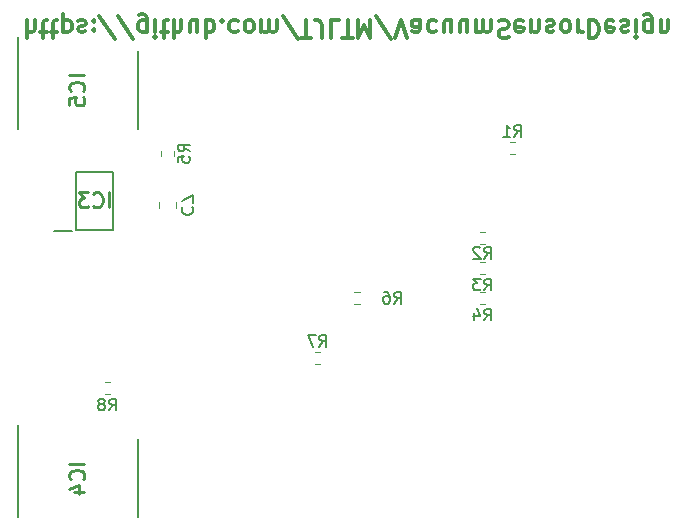
<source format=gbr>
%TF.GenerationSoftware,KiCad,Pcbnew,(5.1.9)-1*%
%TF.CreationDate,2021-05-16T10:50:46-07:00*%
%TF.ProjectId,VacuumSensor,56616375-756d-4536-956e-736f722e6b69,rev?*%
%TF.SameCoordinates,Original*%
%TF.FileFunction,Legend,Bot*%
%TF.FilePolarity,Positive*%
%FSLAX46Y46*%
G04 Gerber Fmt 4.6, Leading zero omitted, Abs format (unit mm)*
G04 Created by KiCad (PCBNEW (5.1.9)-1) date 2021-05-16 10:50:46*
%MOMM*%
%LPD*%
G01*
G04 APERTURE LIST*
%ADD10C,0.300000*%
%ADD11C,0.120000*%
%ADD12C,0.200000*%
%ADD13C,0.150000*%
%ADD14C,0.254000*%
G04 APERTURE END LIST*
D10*
X78267142Y-80601428D02*
X78267142Y-82101428D01*
X78910000Y-80601428D02*
X78910000Y-81387142D01*
X78838571Y-81530000D01*
X78695714Y-81601428D01*
X78481428Y-81601428D01*
X78338571Y-81530000D01*
X78267142Y-81458571D01*
X79410000Y-81601428D02*
X79981428Y-81601428D01*
X79624285Y-82101428D02*
X79624285Y-80815714D01*
X79695714Y-80672857D01*
X79838571Y-80601428D01*
X79981428Y-80601428D01*
X80267142Y-81601428D02*
X80838571Y-81601428D01*
X80481428Y-82101428D02*
X80481428Y-80815714D01*
X80552857Y-80672857D01*
X80695714Y-80601428D01*
X80838571Y-80601428D01*
X81338571Y-81601428D02*
X81338571Y-80101428D01*
X81338571Y-81530000D02*
X81481428Y-81601428D01*
X81767142Y-81601428D01*
X81910000Y-81530000D01*
X81981428Y-81458571D01*
X82052857Y-81315714D01*
X82052857Y-80887142D01*
X81981428Y-80744285D01*
X81910000Y-80672857D01*
X81767142Y-80601428D01*
X81481428Y-80601428D01*
X81338571Y-80672857D01*
X82624285Y-80672857D02*
X82767142Y-80601428D01*
X83052857Y-80601428D01*
X83195714Y-80672857D01*
X83267142Y-80815714D01*
X83267142Y-80887142D01*
X83195714Y-81030000D01*
X83052857Y-81101428D01*
X82838571Y-81101428D01*
X82695714Y-81172857D01*
X82624285Y-81315714D01*
X82624285Y-81387142D01*
X82695714Y-81530000D01*
X82838571Y-81601428D01*
X83052857Y-81601428D01*
X83195714Y-81530000D01*
X83910000Y-80744285D02*
X83981428Y-80672857D01*
X83910000Y-80601428D01*
X83838571Y-80672857D01*
X83910000Y-80744285D01*
X83910000Y-80601428D01*
X83910000Y-81530000D02*
X83981428Y-81458571D01*
X83910000Y-81387142D01*
X83838571Y-81458571D01*
X83910000Y-81530000D01*
X83910000Y-81387142D01*
X85695714Y-82172857D02*
X84410000Y-80244285D01*
X87267142Y-82172857D02*
X85981428Y-80244285D01*
X88410000Y-81601428D02*
X88410000Y-80387142D01*
X88338571Y-80244285D01*
X88267142Y-80172857D01*
X88124285Y-80101428D01*
X87910000Y-80101428D01*
X87767142Y-80172857D01*
X88410000Y-80672857D02*
X88267142Y-80601428D01*
X87981428Y-80601428D01*
X87838571Y-80672857D01*
X87767142Y-80744285D01*
X87695714Y-80887142D01*
X87695714Y-81315714D01*
X87767142Y-81458571D01*
X87838571Y-81530000D01*
X87981428Y-81601428D01*
X88267142Y-81601428D01*
X88410000Y-81530000D01*
X89124285Y-80601428D02*
X89124285Y-81601428D01*
X89124285Y-82101428D02*
X89052857Y-82030000D01*
X89124285Y-81958571D01*
X89195714Y-82030000D01*
X89124285Y-82101428D01*
X89124285Y-81958571D01*
X89624285Y-81601428D02*
X90195714Y-81601428D01*
X89838571Y-82101428D02*
X89838571Y-80815714D01*
X89910000Y-80672857D01*
X90052857Y-80601428D01*
X90195714Y-80601428D01*
X90695714Y-80601428D02*
X90695714Y-82101428D01*
X91338571Y-80601428D02*
X91338571Y-81387142D01*
X91267142Y-81530000D01*
X91124285Y-81601428D01*
X90910000Y-81601428D01*
X90767142Y-81530000D01*
X90695714Y-81458571D01*
X92695714Y-81601428D02*
X92695714Y-80601428D01*
X92052857Y-81601428D02*
X92052857Y-80815714D01*
X92124285Y-80672857D01*
X92267142Y-80601428D01*
X92481428Y-80601428D01*
X92624285Y-80672857D01*
X92695714Y-80744285D01*
X93410000Y-80601428D02*
X93410000Y-82101428D01*
X93410000Y-81530000D02*
X93552857Y-81601428D01*
X93838571Y-81601428D01*
X93981428Y-81530000D01*
X94052857Y-81458571D01*
X94124285Y-81315714D01*
X94124285Y-80887142D01*
X94052857Y-80744285D01*
X93981428Y-80672857D01*
X93838571Y-80601428D01*
X93552857Y-80601428D01*
X93410000Y-80672857D01*
X94767142Y-80744285D02*
X94838571Y-80672857D01*
X94767142Y-80601428D01*
X94695714Y-80672857D01*
X94767142Y-80744285D01*
X94767142Y-80601428D01*
X96124285Y-80672857D02*
X95981428Y-80601428D01*
X95695714Y-80601428D01*
X95552857Y-80672857D01*
X95481428Y-80744285D01*
X95410000Y-80887142D01*
X95410000Y-81315714D01*
X95481428Y-81458571D01*
X95552857Y-81530000D01*
X95695714Y-81601428D01*
X95981428Y-81601428D01*
X96124285Y-81530000D01*
X96981428Y-80601428D02*
X96838571Y-80672857D01*
X96767142Y-80744285D01*
X96695714Y-80887142D01*
X96695714Y-81315714D01*
X96767142Y-81458571D01*
X96838571Y-81530000D01*
X96981428Y-81601428D01*
X97195714Y-81601428D01*
X97338571Y-81530000D01*
X97410000Y-81458571D01*
X97481428Y-81315714D01*
X97481428Y-80887142D01*
X97410000Y-80744285D01*
X97338571Y-80672857D01*
X97195714Y-80601428D01*
X96981428Y-80601428D01*
X98124285Y-80601428D02*
X98124285Y-81601428D01*
X98124285Y-81458571D02*
X98195714Y-81530000D01*
X98338571Y-81601428D01*
X98552857Y-81601428D01*
X98695714Y-81530000D01*
X98767142Y-81387142D01*
X98767142Y-80601428D01*
X98767142Y-81387142D02*
X98838571Y-81530000D01*
X98981428Y-81601428D01*
X99195714Y-81601428D01*
X99338571Y-81530000D01*
X99410000Y-81387142D01*
X99410000Y-80601428D01*
X101195714Y-82172857D02*
X99910000Y-80244285D01*
X101481428Y-82101428D02*
X102338571Y-82101428D01*
X101910000Y-80601428D02*
X101910000Y-82101428D01*
X103267142Y-82101428D02*
X103267142Y-81030000D01*
X103195714Y-80815714D01*
X103052857Y-80672857D01*
X102838571Y-80601428D01*
X102695714Y-80601428D01*
X104695714Y-80601428D02*
X103981428Y-80601428D01*
X103981428Y-82101428D01*
X104981428Y-82101428D02*
X105838571Y-82101428D01*
X105410000Y-80601428D02*
X105410000Y-82101428D01*
X106338571Y-80601428D02*
X106338571Y-82101428D01*
X106838571Y-81030000D01*
X107338571Y-82101428D01*
X107338571Y-80601428D01*
X109124285Y-82172857D02*
X107838571Y-80244285D01*
X109410000Y-82101428D02*
X109910000Y-80601428D01*
X110410000Y-82101428D01*
X111552857Y-80601428D02*
X111552857Y-81387142D01*
X111481428Y-81530000D01*
X111338571Y-81601428D01*
X111052857Y-81601428D01*
X110910000Y-81530000D01*
X111552857Y-80672857D02*
X111410000Y-80601428D01*
X111052857Y-80601428D01*
X110910000Y-80672857D01*
X110838571Y-80815714D01*
X110838571Y-80958571D01*
X110910000Y-81101428D01*
X111052857Y-81172857D01*
X111410000Y-81172857D01*
X111552857Y-81244285D01*
X112910000Y-80672857D02*
X112767142Y-80601428D01*
X112481428Y-80601428D01*
X112338571Y-80672857D01*
X112267142Y-80744285D01*
X112195714Y-80887142D01*
X112195714Y-81315714D01*
X112267142Y-81458571D01*
X112338571Y-81530000D01*
X112481428Y-81601428D01*
X112767142Y-81601428D01*
X112910000Y-81530000D01*
X114195714Y-81601428D02*
X114195714Y-80601428D01*
X113552857Y-81601428D02*
X113552857Y-80815714D01*
X113624285Y-80672857D01*
X113767142Y-80601428D01*
X113981428Y-80601428D01*
X114124285Y-80672857D01*
X114195714Y-80744285D01*
X115552857Y-81601428D02*
X115552857Y-80601428D01*
X114910000Y-81601428D02*
X114910000Y-80815714D01*
X114981428Y-80672857D01*
X115124285Y-80601428D01*
X115338571Y-80601428D01*
X115481428Y-80672857D01*
X115552857Y-80744285D01*
X116267142Y-80601428D02*
X116267142Y-81601428D01*
X116267142Y-81458571D02*
X116338571Y-81530000D01*
X116481428Y-81601428D01*
X116695714Y-81601428D01*
X116838571Y-81530000D01*
X116910000Y-81387142D01*
X116910000Y-80601428D01*
X116910000Y-81387142D02*
X116981428Y-81530000D01*
X117124285Y-81601428D01*
X117338571Y-81601428D01*
X117481428Y-81530000D01*
X117552857Y-81387142D01*
X117552857Y-80601428D01*
X118195714Y-80672857D02*
X118410000Y-80601428D01*
X118767142Y-80601428D01*
X118910000Y-80672857D01*
X118981428Y-80744285D01*
X119052857Y-80887142D01*
X119052857Y-81030000D01*
X118981428Y-81172857D01*
X118910000Y-81244285D01*
X118767142Y-81315714D01*
X118481428Y-81387142D01*
X118338571Y-81458571D01*
X118267142Y-81530000D01*
X118195714Y-81672857D01*
X118195714Y-81815714D01*
X118267142Y-81958571D01*
X118338571Y-82030000D01*
X118481428Y-82101428D01*
X118838571Y-82101428D01*
X119052857Y-82030000D01*
X120267142Y-80672857D02*
X120124285Y-80601428D01*
X119838571Y-80601428D01*
X119695714Y-80672857D01*
X119624285Y-80815714D01*
X119624285Y-81387142D01*
X119695714Y-81530000D01*
X119838571Y-81601428D01*
X120124285Y-81601428D01*
X120267142Y-81530000D01*
X120338571Y-81387142D01*
X120338571Y-81244285D01*
X119624285Y-81101428D01*
X120981428Y-81601428D02*
X120981428Y-80601428D01*
X120981428Y-81458571D02*
X121052857Y-81530000D01*
X121195714Y-81601428D01*
X121410000Y-81601428D01*
X121552857Y-81530000D01*
X121624285Y-81387142D01*
X121624285Y-80601428D01*
X122267142Y-80672857D02*
X122410000Y-80601428D01*
X122695714Y-80601428D01*
X122838571Y-80672857D01*
X122910000Y-80815714D01*
X122910000Y-80887142D01*
X122838571Y-81030000D01*
X122695714Y-81101428D01*
X122481428Y-81101428D01*
X122338571Y-81172857D01*
X122267142Y-81315714D01*
X122267142Y-81387142D01*
X122338571Y-81530000D01*
X122481428Y-81601428D01*
X122695714Y-81601428D01*
X122838571Y-81530000D01*
X123767142Y-80601428D02*
X123624285Y-80672857D01*
X123552857Y-80744285D01*
X123481428Y-80887142D01*
X123481428Y-81315714D01*
X123552857Y-81458571D01*
X123624285Y-81530000D01*
X123767142Y-81601428D01*
X123981428Y-81601428D01*
X124124285Y-81530000D01*
X124195714Y-81458571D01*
X124267142Y-81315714D01*
X124267142Y-80887142D01*
X124195714Y-80744285D01*
X124124285Y-80672857D01*
X123981428Y-80601428D01*
X123767142Y-80601428D01*
X124910000Y-80601428D02*
X124910000Y-81601428D01*
X124910000Y-81315714D02*
X124981428Y-81458571D01*
X125052857Y-81530000D01*
X125195714Y-81601428D01*
X125338571Y-81601428D01*
X125838571Y-80601428D02*
X125838571Y-82101428D01*
X126195714Y-82101428D01*
X126410000Y-82030000D01*
X126552857Y-81887142D01*
X126624285Y-81744285D01*
X126695714Y-81458571D01*
X126695714Y-81244285D01*
X126624285Y-80958571D01*
X126552857Y-80815714D01*
X126410000Y-80672857D01*
X126195714Y-80601428D01*
X125838571Y-80601428D01*
X127910000Y-80672857D02*
X127767142Y-80601428D01*
X127481428Y-80601428D01*
X127338571Y-80672857D01*
X127267142Y-80815714D01*
X127267142Y-81387142D01*
X127338571Y-81530000D01*
X127481428Y-81601428D01*
X127767142Y-81601428D01*
X127910000Y-81530000D01*
X127981428Y-81387142D01*
X127981428Y-81244285D01*
X127267142Y-81101428D01*
X128552857Y-80672857D02*
X128695714Y-80601428D01*
X128981428Y-80601428D01*
X129124285Y-80672857D01*
X129195714Y-80815714D01*
X129195714Y-80887142D01*
X129124285Y-81030000D01*
X128981428Y-81101428D01*
X128767142Y-81101428D01*
X128624285Y-81172857D01*
X128552857Y-81315714D01*
X128552857Y-81387142D01*
X128624285Y-81530000D01*
X128767142Y-81601428D01*
X128981428Y-81601428D01*
X129124285Y-81530000D01*
X129838571Y-80601428D02*
X129838571Y-81601428D01*
X129838571Y-82101428D02*
X129767142Y-82030000D01*
X129838571Y-81958571D01*
X129910000Y-82030000D01*
X129838571Y-82101428D01*
X129838571Y-81958571D01*
X131195714Y-81601428D02*
X131195714Y-80387142D01*
X131124285Y-80244285D01*
X131052857Y-80172857D01*
X130910000Y-80101428D01*
X130695714Y-80101428D01*
X130552857Y-80172857D01*
X131195714Y-80672857D02*
X131052857Y-80601428D01*
X130767142Y-80601428D01*
X130624285Y-80672857D01*
X130552857Y-80744285D01*
X130481428Y-80887142D01*
X130481428Y-81315714D01*
X130552857Y-81458571D01*
X130624285Y-81530000D01*
X130767142Y-81601428D01*
X131052857Y-81601428D01*
X131195714Y-81530000D01*
X131910000Y-81601428D02*
X131910000Y-80601428D01*
X131910000Y-81458571D02*
X131981428Y-81530000D01*
X132124285Y-81601428D01*
X132338571Y-81601428D01*
X132481428Y-81530000D01*
X132552857Y-81387142D01*
X132552857Y-80601428D01*
D11*
%TO.C,R1*%
X119617258Y-90917500D02*
X119142742Y-90917500D01*
X119617258Y-91962500D02*
X119142742Y-91962500D01*
D12*
%TO.C,IC5*%
X87630000Y-83220000D02*
X87630000Y-89820000D01*
X77470000Y-81985000D02*
X77470000Y-89820000D01*
%TO.C,IC4*%
X87630000Y-116080000D02*
X87630000Y-122680000D01*
X77470000Y-114845000D02*
X77470000Y-122680000D01*
%TO.C,IC3*%
X80516000Y-98465000D02*
X82043000Y-98465000D01*
X82393000Y-93433000D02*
X82393000Y-98337000D01*
X85589000Y-93433000D02*
X82393000Y-93433000D01*
X85589000Y-98337000D02*
X85589000Y-93433000D01*
X82393000Y-98337000D02*
X85589000Y-98337000D01*
D11*
%TO.C,C7*%
X89460000Y-96536252D02*
X89460000Y-96013748D01*
X90880000Y-96536252D02*
X90880000Y-96013748D01*
%TO.C,R7*%
X103107258Y-108697500D02*
X102632742Y-108697500D01*
X103107258Y-109742500D02*
X102632742Y-109742500D01*
%TO.C,R8*%
X84852742Y-112282500D02*
X85327258Y-112282500D01*
X84852742Y-111237500D02*
X85327258Y-111237500D01*
%TO.C,R6*%
X106472258Y-103617500D02*
X105997742Y-103617500D01*
X106472258Y-104662500D02*
X105997742Y-104662500D01*
%TO.C,R5*%
X90692500Y-92122258D02*
X90692500Y-91647742D01*
X89647500Y-92122258D02*
X89647500Y-91647742D01*
%TO.C,R4*%
X116602742Y-104662500D02*
X117077258Y-104662500D01*
X116602742Y-103617500D02*
X117077258Y-103617500D01*
%TO.C,R3*%
X116602742Y-102122500D02*
X117077258Y-102122500D01*
X116602742Y-101077500D02*
X117077258Y-101077500D01*
%TO.C,R2*%
X117077258Y-98537500D02*
X116602742Y-98537500D01*
X117077258Y-99582500D02*
X116602742Y-99582500D01*
%TO.C,R1*%
D13*
X119546666Y-90462380D02*
X119880000Y-89986190D01*
X120118095Y-90462380D02*
X120118095Y-89462380D01*
X119737142Y-89462380D01*
X119641904Y-89510000D01*
X119594285Y-89557619D01*
X119546666Y-89652857D01*
X119546666Y-89795714D01*
X119594285Y-89890952D01*
X119641904Y-89938571D01*
X119737142Y-89986190D01*
X120118095Y-89986190D01*
X118594285Y-90462380D02*
X119165714Y-90462380D01*
X118880000Y-90462380D02*
X118880000Y-89462380D01*
X118975238Y-89605238D01*
X119070476Y-89700476D01*
X119165714Y-89748095D01*
%TO.C,IC5*%
D14*
X83124523Y-85280238D02*
X81854523Y-85280238D01*
X83003571Y-86610714D02*
X83064047Y-86550238D01*
X83124523Y-86368809D01*
X83124523Y-86247857D01*
X83064047Y-86066428D01*
X82943095Y-85945476D01*
X82822142Y-85885000D01*
X82580238Y-85824523D01*
X82398809Y-85824523D01*
X82156904Y-85885000D01*
X82035952Y-85945476D01*
X81915000Y-86066428D01*
X81854523Y-86247857D01*
X81854523Y-86368809D01*
X81915000Y-86550238D01*
X81975476Y-86610714D01*
X81854523Y-87759761D02*
X81854523Y-87155000D01*
X82459285Y-87094523D01*
X82398809Y-87155000D01*
X82338333Y-87275952D01*
X82338333Y-87578333D01*
X82398809Y-87699285D01*
X82459285Y-87759761D01*
X82580238Y-87820238D01*
X82882619Y-87820238D01*
X83003571Y-87759761D01*
X83064047Y-87699285D01*
X83124523Y-87578333D01*
X83124523Y-87275952D01*
X83064047Y-87155000D01*
X83003571Y-87094523D01*
%TO.C,IC4*%
X83124523Y-118140238D02*
X81854523Y-118140238D01*
X83003571Y-119470714D02*
X83064047Y-119410238D01*
X83124523Y-119228809D01*
X83124523Y-119107857D01*
X83064047Y-118926428D01*
X82943095Y-118805476D01*
X82822142Y-118745000D01*
X82580238Y-118684523D01*
X82398809Y-118684523D01*
X82156904Y-118745000D01*
X82035952Y-118805476D01*
X81915000Y-118926428D01*
X81854523Y-119107857D01*
X81854523Y-119228809D01*
X81915000Y-119410238D01*
X81975476Y-119470714D01*
X82277857Y-120559285D02*
X83124523Y-120559285D01*
X81794047Y-120256904D02*
X82701190Y-119954523D01*
X82701190Y-120740714D01*
%TO.C,IC3*%
X85230761Y-96459523D02*
X85230761Y-95189523D01*
X83900285Y-96338571D02*
X83960761Y-96399047D01*
X84142190Y-96459523D01*
X84263142Y-96459523D01*
X84444571Y-96399047D01*
X84565523Y-96278095D01*
X84626000Y-96157142D01*
X84686476Y-95915238D01*
X84686476Y-95733809D01*
X84626000Y-95491904D01*
X84565523Y-95370952D01*
X84444571Y-95250000D01*
X84263142Y-95189523D01*
X84142190Y-95189523D01*
X83960761Y-95250000D01*
X83900285Y-95310476D01*
X83476952Y-95189523D02*
X82690761Y-95189523D01*
X83114095Y-95673333D01*
X82932666Y-95673333D01*
X82811714Y-95733809D01*
X82751238Y-95794285D01*
X82690761Y-95915238D01*
X82690761Y-96217619D01*
X82751238Y-96338571D01*
X82811714Y-96399047D01*
X82932666Y-96459523D01*
X83295523Y-96459523D01*
X83416476Y-96399047D01*
X83476952Y-96338571D01*
%TO.C,C7*%
D13*
X91462857Y-96441666D02*
X91415238Y-96489285D01*
X91367619Y-96632142D01*
X91367619Y-96727380D01*
X91415238Y-96870238D01*
X91510476Y-96965476D01*
X91605714Y-97013095D01*
X91796190Y-97060714D01*
X91939047Y-97060714D01*
X92129523Y-97013095D01*
X92224761Y-96965476D01*
X92320000Y-96870238D01*
X92367619Y-96727380D01*
X92367619Y-96632142D01*
X92320000Y-96489285D01*
X92272380Y-96441666D01*
X92367619Y-96108333D02*
X92367619Y-95441666D01*
X91367619Y-95870238D01*
%TO.C,R7*%
X103036666Y-108242380D02*
X103370000Y-107766190D01*
X103608095Y-108242380D02*
X103608095Y-107242380D01*
X103227142Y-107242380D01*
X103131904Y-107290000D01*
X103084285Y-107337619D01*
X103036666Y-107432857D01*
X103036666Y-107575714D01*
X103084285Y-107670952D01*
X103131904Y-107718571D01*
X103227142Y-107766190D01*
X103608095Y-107766190D01*
X102703333Y-107242380D02*
X102036666Y-107242380D01*
X102465238Y-108242380D01*
%TO.C,R8*%
X85256666Y-113642380D02*
X85590000Y-113166190D01*
X85828095Y-113642380D02*
X85828095Y-112642380D01*
X85447142Y-112642380D01*
X85351904Y-112690000D01*
X85304285Y-112737619D01*
X85256666Y-112832857D01*
X85256666Y-112975714D01*
X85304285Y-113070952D01*
X85351904Y-113118571D01*
X85447142Y-113166190D01*
X85828095Y-113166190D01*
X84685238Y-113070952D02*
X84780476Y-113023333D01*
X84828095Y-112975714D01*
X84875714Y-112880476D01*
X84875714Y-112832857D01*
X84828095Y-112737619D01*
X84780476Y-112690000D01*
X84685238Y-112642380D01*
X84494761Y-112642380D01*
X84399523Y-112690000D01*
X84351904Y-112737619D01*
X84304285Y-112832857D01*
X84304285Y-112880476D01*
X84351904Y-112975714D01*
X84399523Y-113023333D01*
X84494761Y-113070952D01*
X84685238Y-113070952D01*
X84780476Y-113118571D01*
X84828095Y-113166190D01*
X84875714Y-113261428D01*
X84875714Y-113451904D01*
X84828095Y-113547142D01*
X84780476Y-113594761D01*
X84685238Y-113642380D01*
X84494761Y-113642380D01*
X84399523Y-113594761D01*
X84351904Y-113547142D01*
X84304285Y-113451904D01*
X84304285Y-113261428D01*
X84351904Y-113166190D01*
X84399523Y-113118571D01*
X84494761Y-113070952D01*
%TO.C,R6*%
X109386666Y-104592380D02*
X109720000Y-104116190D01*
X109958095Y-104592380D02*
X109958095Y-103592380D01*
X109577142Y-103592380D01*
X109481904Y-103640000D01*
X109434285Y-103687619D01*
X109386666Y-103782857D01*
X109386666Y-103925714D01*
X109434285Y-104020952D01*
X109481904Y-104068571D01*
X109577142Y-104116190D01*
X109958095Y-104116190D01*
X108529523Y-103592380D02*
X108720000Y-103592380D01*
X108815238Y-103640000D01*
X108862857Y-103687619D01*
X108958095Y-103830476D01*
X109005714Y-104020952D01*
X109005714Y-104401904D01*
X108958095Y-104497142D01*
X108910476Y-104544761D01*
X108815238Y-104592380D01*
X108624761Y-104592380D01*
X108529523Y-104544761D01*
X108481904Y-104497142D01*
X108434285Y-104401904D01*
X108434285Y-104163809D01*
X108481904Y-104068571D01*
X108529523Y-104020952D01*
X108624761Y-103973333D01*
X108815238Y-103973333D01*
X108910476Y-104020952D01*
X108958095Y-104068571D01*
X109005714Y-104163809D01*
%TO.C,R5*%
X92052380Y-91718333D02*
X91576190Y-91385000D01*
X92052380Y-91146904D02*
X91052380Y-91146904D01*
X91052380Y-91527857D01*
X91100000Y-91623095D01*
X91147619Y-91670714D01*
X91242857Y-91718333D01*
X91385714Y-91718333D01*
X91480952Y-91670714D01*
X91528571Y-91623095D01*
X91576190Y-91527857D01*
X91576190Y-91146904D01*
X91052380Y-92623095D02*
X91052380Y-92146904D01*
X91528571Y-92099285D01*
X91480952Y-92146904D01*
X91433333Y-92242142D01*
X91433333Y-92480238D01*
X91480952Y-92575476D01*
X91528571Y-92623095D01*
X91623809Y-92670714D01*
X91861904Y-92670714D01*
X91957142Y-92623095D01*
X92004761Y-92575476D01*
X92052380Y-92480238D01*
X92052380Y-92242142D01*
X92004761Y-92146904D01*
X91957142Y-92099285D01*
%TO.C,R4*%
X117006666Y-106022380D02*
X117340000Y-105546190D01*
X117578095Y-106022380D02*
X117578095Y-105022380D01*
X117197142Y-105022380D01*
X117101904Y-105070000D01*
X117054285Y-105117619D01*
X117006666Y-105212857D01*
X117006666Y-105355714D01*
X117054285Y-105450952D01*
X117101904Y-105498571D01*
X117197142Y-105546190D01*
X117578095Y-105546190D01*
X116149523Y-105355714D02*
X116149523Y-106022380D01*
X116387619Y-104974761D02*
X116625714Y-105689047D01*
X116006666Y-105689047D01*
%TO.C,R3*%
X117006666Y-103482380D02*
X117340000Y-103006190D01*
X117578095Y-103482380D02*
X117578095Y-102482380D01*
X117197142Y-102482380D01*
X117101904Y-102530000D01*
X117054285Y-102577619D01*
X117006666Y-102672857D01*
X117006666Y-102815714D01*
X117054285Y-102910952D01*
X117101904Y-102958571D01*
X117197142Y-103006190D01*
X117578095Y-103006190D01*
X116673333Y-102482380D02*
X116054285Y-102482380D01*
X116387619Y-102863333D01*
X116244761Y-102863333D01*
X116149523Y-102910952D01*
X116101904Y-102958571D01*
X116054285Y-103053809D01*
X116054285Y-103291904D01*
X116101904Y-103387142D01*
X116149523Y-103434761D01*
X116244761Y-103482380D01*
X116530476Y-103482380D01*
X116625714Y-103434761D01*
X116673333Y-103387142D01*
%TO.C,R2*%
X117006666Y-100782380D02*
X117340000Y-100306190D01*
X117578095Y-100782380D02*
X117578095Y-99782380D01*
X117197142Y-99782380D01*
X117101904Y-99830000D01*
X117054285Y-99877619D01*
X117006666Y-99972857D01*
X117006666Y-100115714D01*
X117054285Y-100210952D01*
X117101904Y-100258571D01*
X117197142Y-100306190D01*
X117578095Y-100306190D01*
X116625714Y-99877619D02*
X116578095Y-99830000D01*
X116482857Y-99782380D01*
X116244761Y-99782380D01*
X116149523Y-99830000D01*
X116101904Y-99877619D01*
X116054285Y-99972857D01*
X116054285Y-100068095D01*
X116101904Y-100210952D01*
X116673333Y-100782380D01*
X116054285Y-100782380D01*
%TD*%
M02*

</source>
